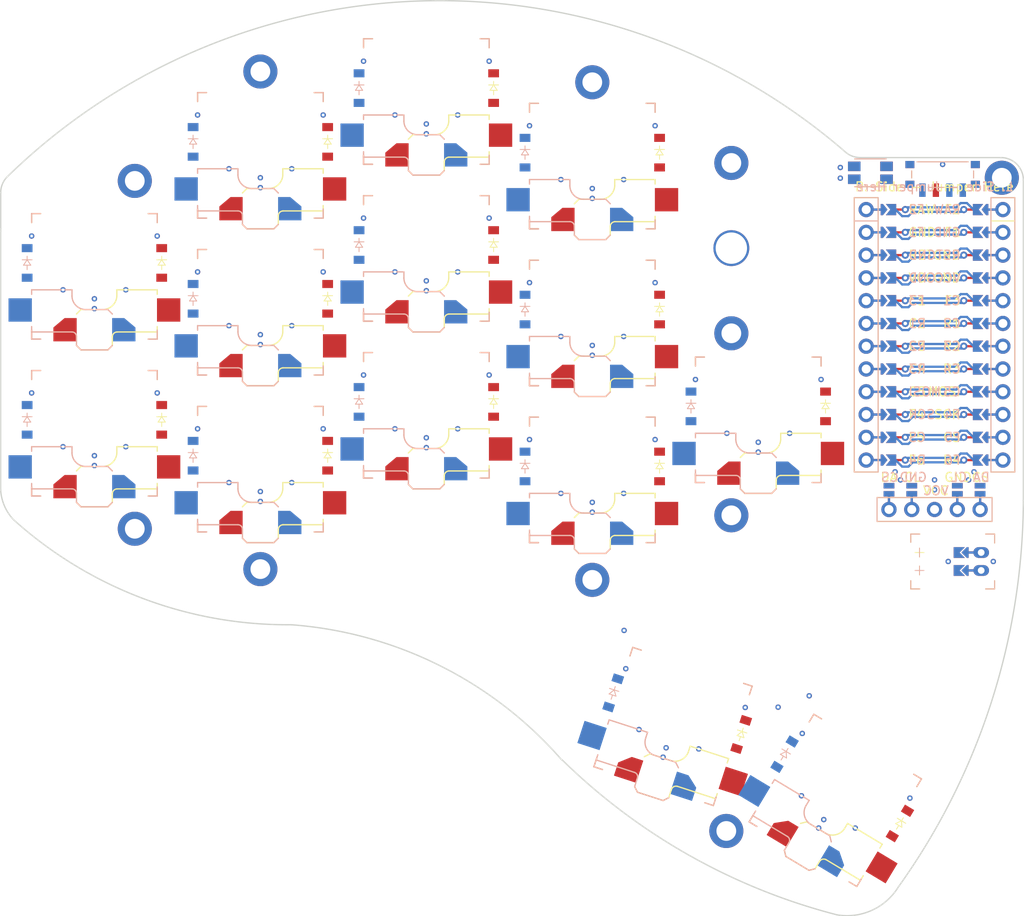
<source format=kicad_pcb>
(kicad_pcb (version 20221018) (generator pcbnew)
  (title_block (title "snak_28") (rev "0.2.1") (company "JackMatanky"))
  (layers (0 "F.Cu" signal) (31 "B.Cu" signal) (34 "B.Paste" user) (35 "F.Paste" user) (36 "B.SilkS" user "B.Silkscreen") (37 "F.SilkS" user "F.Silkscreen") (38 "B.Mask" user) (39 "F.Mask" user) (44 "Edge.Cuts" user))
  (net 0 "")
  (net 1 "C1")
  (net 2 "pinky_mid")
  (net 3 "pinky_top")
  (net 4 "C2")
  (net 5 "ring_bot")
  (net 6 "ring_mid")
  (net 7 "ring_top")
  (net 8 "C3")
  (net 9 "middle_bot")
  (net 10 "middle_mid")
  (net 11 "middle_top")
  (net 12 "C4")
  (net 13 "index_bot")
  (net 14 "index_mid")
  (net 15 "index_top")
  (net 16 "C5")
  (net 17 "inner_mid")
  (net 18 "out_home")
  (net 19 "in_home")
  (net 20 "R2")
  (net 21 "R1")
  (net 22 "R3")
  (net 23 "R4")
  (net 24 "RAW")
  (net 25 "GND")
  (net 26 "RST")
  (net 27 "VCC")
  (net 28 "F4")
  (net 29 "F5")
  (net 30 "F6")
  (net 31 "F2")
  (net 32 "F1")
  (net 33 "F3")
  (net 34 "MOSI")
  (net 35 "SCK")
  (net 36 "CS")
  (net 37 "MCU1_24")
  (net 38 "MCU1_1")
  (net 39 "MCU1_23")
  (net 40 "MCU1_2")
  (net 41 "MCU1_22")
  (net 42 "MCU1_3")
  (net 43 "MCU1_21")
  (net 44 "MCU1_4")
  (net 45 "MCU1_20")
  (net 46 "MCU1_5")
  (net 47 "MCU1_19")
  (net 48 "MCU1_6")
  (net 49 "MCU1_18")
  (net 50 "MCU1_7")
  (net 51 "MCU1_17")
  (net 52 "MCU1_8")
  (net 53 "MCU1_16")
  (net 54 "MCU1_9")
  (net 55 "MCU1_15")
  (net 56 "MCU1_10")
  (net 57 "MCU1_14")
  (net 58 "MCU1_11")
  (net 59 "MCU1_13")
  (net 60 "MCU1_12")
  (net 61 "DISP1_1")
  (net 62 "DISP1_2")
  (net 63 "DISP1_4")
  (net 64 "DISP1_5")
  (net 65 "pos")
  (net 66 "JST1_1")
  (net 67 "JST1_2")
  (footprint "mounting_hole" (layer "F.Cu") (at 104.5 54.35)
    (fp_text reference "H1" hide)
    (fp_text value "")
  )
  (footprint "VIA-0.6mm" (layer "F.Cu") (at 159.042664 104.489375 -18)
    (fp_text reference "REF**" hide)
    (fp_text value "VIA-0.6mm" hide)
  )
  (footprint "VIA-0.6mm" (layer "F.Cu") (at 167.365172 117.708144 -18)
    (fp_text reference "REF**" hide)
    (fp_text value "VIA-0.6mm" hide)
  )
  (footprint "VIA-0.6mm" (layer "F.Cu") (at 115 88)
    (fp_text reference "REF**" hide)
    (fp_text value "VIA-0.6mm" hide)
  )
  (footprint "ceoloide:diode_tht_sod123" (layer "F.Cu") (at 163 68.7 -90)
    (fp_text reference "D10" hide)
    (fp_text value "")
  )
  (footprint "VIA-0.6mm" (layer "F.Cu") (at 130 41)
    (fp_text reference "REF**" hide)
    (fp_text value "VIA-0.6mm" hide)
  )
  (footprint "VIA-0.6mm" (layer "F.Cu") (at 193.65 88.8)
    (fp_text reference "REF**" hide)
    (fp_text value "VIA-0.6mm" hide)
  )
  (footprint "VIA-0.6mm" (layer "F.Cu") (at 198.05 86.8)
    (fp_text reference "REF**" hide)
    (fp_text value "VIA-0.6mm" hide)
  )
  (footprint "VIA-0.6mm" (layer "F.Cu") (at 167 76.5)
    (fp_text reference "REF**" hide)
    (fp_text value "VIA-0.6mm" hide)
  )
  (footprint "VIA-0.6mm" (layer "F.Cu") (at 125.5 64.5)
    (fp_text reference "REF**" hide)
    (fp_text value "VIA-0.6mm" hide)
  )
  (footprint "VIA-0.6mm" (layer "F.Cu") (at 118.5 54)
    (fp_text reference "REF**" hide)
    (fp_text value "VIA-0.6mm" hide)
  )
  (footprint "VIA-0.6mm" (layer "F.Cu") (at 148.5 48.2)
    (fp_text reference "REF**" hide)
    (fp_text value "VIA-0.6mm" hide)
  )
  (footprint "VIA-0.6mm" (layer "F.Cu") (at 130 76)
    (fp_text reference "REF**" hide)
    (fp_text value "VIA-0.6mm" hide)
  )
  (footprint "ceoloide:diode_tht_sod123" (layer "F.Cu") (at 163 86.2 -90)
    (fp_text reference "D9" hide)
    (fp_text value "")
  )
  (footprint "PG1350" (layer "F.Cu") (at 182.588078 123.442963 149)
    (fp_text reference "S14" hide)
    (fp_text value "")
  )
  (footprint "VIA-0.6mm" (layer "F.Cu") (at 107 78)
    (fp_text reference "REF**" hide)
    (fp_text value "VIA-0.6mm" hide)
  )
  (footprint "VIA-0.6mm" (layer "F.Cu") (at 148.5 65.7)
    (fp_text reference "REF**" hide)
    (fp_text value "VIA-0.6mm" hide)
  )
  (footprint "VIA-0.6mm" (layer "F.Cu") (at 155.5 90.2)
    (fp_text reference "REF**" hide)
    (fp_text value "VIA-0.6mm" hide)
  )
  (footprint "VIA-0.6mm" (layer "F.Cu") (at 163.387539 118.623804 -18)
    (fp_text reference "REF**" hide)
    (fp_text value "VIA-0.6mm" hide)
  )
  (footprint "power_switch" (layer "F.Cu") (at 194.55 53.65 90)
    (fp_text reference "SW1" hide)
    (fp_text value "")
  )
  (footprint "ceoloide:diode_tht_sod123" (layer "F.Cu") (at 181.5 79.5 -90)
    (fp_text reference "D12" hide)
    (fp_text value "")
  )
  (footprint "VIA-0.6mm" (layer "F.Cu") (at 118.5 55.1)
    (fp_text reference "REF**" hide)
    (fp_text value "VIA-0.6mm" hide)
  )
  (footprint "VIA-0.6mm" (layer "F.Cu") (at 160.707777 115.545025 -18)
    (fp_text reference "REF**" hide)
    (fp_text value "VIA-0.6mm" hide)
  )
  (footprint "VIA-0.6mm" (layer "F.Cu") (at 174 83.5)
    (fp_text reference "REF**" hide)
    (fp_text value "VIA-0.6mm" hide)
  )
  (footprint "VIA-0.6mm" (layer "F.Cu") (at 155.5 91.3)
    (fp_text reference "REF**" hide)
    (fp_text value "VIA-0.6mm" hide)
  )
  (footprint "VIA-0.6mm" (layer "F.Cu") (at 155.5 72.7)
    (fp_text reference "REF**" hide)
    (fp_text value "VIA-0.6mm" hide)
  )
  (footprint "VIA-0.6mm" (layer "F.Cu") (at 144 58.5)
    (fp_text reference "REF**" hide)
    (fp_text value "VIA-0.6mm" hide)
  )
  (footprint "VIA-0.6mm" (layer "F.Cu") (at 93 78)
    (fp_text reference "REF**" hide)
    (fp_text value "VIA-0.6mm" hide)
  )
  (footprint "VIA-0.6mm" (layer "F.Cu") (at 96.5 66.5)
    (fp_text reference "REF**" hide)
    (fp_text value "VIA-0.6mm" hide)
  )
  (footprint "VIA-0.6mm" (layer "F.Cu") (at 183.15 54.045 90)
    (fp_text reference "REF**" hide)
    (fp_text value "VIA-0.6mm" hide)
  )
  (footprint "mounting_hole" (layer "F.Cu") (at 170.438866 126.85568 -18)
    (fp_text reference "H8" hide)
    (fp_text value "")
  )
  (footprint "ceoloide:diode_tht_sod123" (layer "F.Cu") (at 126 50 -90)
    (fp_text reference "D5" hide)
    (fp_text value "")
  )
  (footprint "VIA-0.6mm" (layer "F.Cu") (at 115 53)
    (fp_text reference "REF**" hide)
    (fp_text value "VIA-0.6mm" hide)
  )
  (footprint "nice_nano" (layer "F.Cu") (at 193.65 70.25)
    (fp_text reference "MCU1" hide)
    (fp_text value "")
  )
  (footprint "PG1350" (layer "F.Cu") (at 137 45.5 180)
    (fp_text reference "S8" hide)
    (fp_text value "")
  )
  (footprint "ceoloide:diode_tht_sod123" (layer "F.Cu") (at 144.5 79 -90)
    (fp_text reference "D6" hide)
    (fp_text value "")
  )
  (footprint "VIA-0.6mm" (layer "F.Cu") (at 193.65 87.7)
    (fp_text reference "REF**" hide)
    (fp_text value "VIA-0.6mm" hide)
  )
  (footprint "VIA-0.6mm" (layer "F.Cu") (at 200.2 96.8 -90)
    (fp_text reference "REF**" hide)
    (fp_text value "VIA-0.6mm" hide)
  )
  (footprint "VIA-0.6mm" (layer "F.Cu") (at 118.5 89)
    (fp_text reference "REF**" hide)
    (fp_text value "VIA-0.6mm" hide)
  )
  (footprint "VIA-0.6mm" (layer "F.Cu") (at 100 86.1)
    (fp_text reference "REF**" hide)
    (fp_text value "VIA-0.6mm" hide)
  )
  (footprint "VIA-0.6mm" (layer "F.Cu") (at 155.5 56.3)
    (fp_text reference "REF**" hide)
    (fp_text value "VIA-0.6mm" hide)
  )
  (footprint "VIA-0.6mm" (layer "F.Cu") (at 93 60.5)
    (fp_text reference "REF**" hide)
    (fp_text value "VIA-0.6mm" hide)
  )
  (footprint "JST_PH_S2B-PH-K" (layer "F.Cu") (at 198.85 96.8 -90)
    (fp_text reference "JST1" hide)
    (fp_text value "")
  )
  (footprint "PG1350" (layer "F.Cu") (at 118.5 86.5 180)
    (fp_text reference "S3" hide)
    (fp_text value "")
  )
  (footprint "VIA-0.6mm" (layer "F.Cu") (at 140.5 47)
    (fp_text reference "REF**" hide)
    (fp_text value "VIA-0.6mm" hide)
  )
  (footprint "VIA-0.6mm" (layer "F.Cu") (at 130 58.5)
    (fp_text reference "REF**" hide)
    (fp_text value "VIA-0.6mm" hide)
  )
  (footprint "PG1350" (layer "F.Cu") (at 137 63 180)
    (fp_text reference "S7" hide)
    (fp_text value "")
  )
  (footprint "ceoloide:diode_tht_sod123" (layer "F.Cu") (at 144.5 61.5 -90)
    (fp_text reference "D7" hide)
    (fp_text value "")
  )
  (footprint "PG1350" (layer "F.Cu") (at 155.5 70.2 180)
    (fp_text reference "S10" hide)
    (fp_text value "")
  )
  (footprint "VIA-0.6mm" (layer "F.Cu") (at 111.5 82)
    (fp_text reference "REF**" hide)
    (fp_text value "VIA-0.6mm" hide)
  )
  (footprint "VIA-0.6mm" (layer "F.Cu") (at 122 53)
    (fp_text reference "REF**" hide)
    (fp_text value "VIA-0.6mm" hide)
  )
  (footprint "VIA-0.6mm" (layer "F.Cu") (at 125.5 82)
    (fp_text reference "REF**" hide)
    (fp_text value "VIA-0.6mm" hide)
  )
  (footprint "VIA-0.6mm" (layer "F.Cu") (at 180.733941 126.528765 -31)
    (fp_text reference "REF**" hide)
    (fp_text value "VIA-0.6mm" hide)
  )
  (footprint "VIA-0.6mm" (layer "F.Cu") (at 107 60.5)
    (fp_text reference "REF**" hide)
    (fp_text value "VIA-0.6mm" hide)
  )
  (footprint "VIA-0.6mm" (layer "F.Cu") (at 137 83)
    (fp_text reference "REF**" hide)
    (fp_text value "VIA-0.6mm" hide)
  )
  (footprint "VIA-0.6mm" (layer "F.Cu") (at 159 54.2)
    (fp_text reference "REF**" hide)
    (fp_text value "VIA-0.6mm" hide)
  )
  (footprint "ceoloide:diode_tht_sod123" (layer "F.Cu") (at 126 85 -90)
    (fp_text reference "D3" hide)
    (fp_text value "")
  )
  (footprint "mounting_hole" (layer "F.Cu") (at 118.5 42.15)
    (fp_text reference "H3" hide)
    (fp_text value "")
  )
  (footprint "ceoloide:diode_tht_sod123" (layer "F.Cu") (at 189.78939 126.019997 -121)
    (fp_text reference "D14" hide)
    (fp_text value "")
  )
  (footprint "mounting_hole" (layer "F.Cu") (at 155.5 98.85)
    (fp_text reference "H6" hide)
    (fp_text value "")
  )
  (footprint "VIA-0.6mm" (layer "F.Cu") (at 133.5 47)
    (fp_text reference "REF**" hide)
    (fp_text value "VIA-0.6mm" hide)
  )
  (footprint "VIA-0.6mm" (layer "F.Cu") (at 178.815435 122.926081 -31)
    (fp_text reference "REF**" hide)
    (fp_text value "VIA-0.6mm" hide)
  )
  (footprint "VIA-0.6mm" (layer "F.Cu") (at 184.815606 126.531347 -31)
    (fp_text reference "REF**" hide)
    (fp_text value "VIA-0.6mm" hide)
  )
  (footprint "mounting_hole" (layer "F.Cu") (at 201.15 54)
    (fp_text reference "H9" hide)
    (fp_text value "")
  )
  (footprint "VIA-0.6mm" (layer "F.Cu") (at 100 67.5)
    (fp_text reference "REF**" hide)
    (fp_text value "VIA-0.6mm" hide)
  )
  (footprint "VIA-0.6mm" (layer "F.Cu") (at 181 76.5)
    (fp_text reference "REF**" hide)
    (fp_text value "VIA-0.6mm" hide)
  )
  (footprint "VIA-0.6mm" (layer "F.Cu") (at 133.5 82)
    (fp_text reference "REF**" hide)
    (fp_text value "VIA-0.6mm" hide)
  )
  (footprint "VIA-0.6mm" (layer "F.Cu") (at 194.55 52.5125 90)
    (fp_text reference "REF**" hide)
    (fp_text value "VIA-0.6mm" hide)
  )
  (footprint "PG1350" (layer "F.Cu") (at 118.5 69 180)
    (fp_text reference "S4" hide)
    (fp_text value "")
  )
  (footprint "PG1350" (layer "F.Cu") (at 100 82.5 180)
    (fp_text reference "S1" hide)
    (fp_text value "")
  )
  (footprint "VIA-0.6mm" (layer "F.Cu") (at 152 71.7)
    (fp_text reference "REF**" hide)
    (fp_text value "VIA-0.6mm" hide)
  )
  (footprint "PG1350" (layer "F.Cu") (at 155.5 52.7 180)
    (fp_text reference "S11" hide)
    (fp_text value "")
  )
  (footprint "VIA-0.6mm" (layer "F.Cu") (at 197.45 87.7)
    (fp_text reference "REF**" hide)
    (fp_text value "VIA-0.6mm" hide)
  )
  (footprint "VIA-0.6mm" (layer "F.Cu") (at 152 54.2)
    (fp_text reference "REF**" hide)
    (fp_text value "VIA-0.6mm" hide)
  )
  (footprint "VIA-0.6mm" (layer "F.Cu") (at 189.85 87.7)
    (fp_text reference "REF**" hide)
    (fp_text value "VIA-0.6mm" hide)
  )
  (footprint "VIA-0.6mm" (layer "F.Cu") (at 100 85)
    (fp_text reference "REF**" hide)
    (fp_text value "VIA-0.6mm" hide)
  )
  (footprint "mounting_hole" (layer "F.Cu") (at 104.5 93.15)
    (fp_text reference "H2" hide)
    (fp_text value "")
  )
  (footprint "ceoloide:diode_tht_sod123" (layer "F.Cu") (at 172.096449 116.091043 -108)
    (fp_text reference "D13" hide)
    (fp_text value "")
  )
  (footprint "PG1350" (layer "F.Cu") (at 164.5 115.2 162)
    (fp_text reference "S13" hide)
    (fp_text value "")
  )
  (footprint "VIA-0.6mm" (layer "F.Cu") (at 103.5 66.5)
    (fp_text reference "REF**" hide)
    (fp_text value "VIA-0.6mm" hide)
  )
  (footprint "PG1350" (layer "F.Cu") (at 155.5 87.7 180)
    (fp_text reference "S9" hide)
    (fp_text value "")
  )
  (footprint "VIA-0.6mm" (layer "F.Cu") (at 111.5 47)
    (fp_text reference "REF**" hide)
    (fp_text value "VIA-0.6mm" hide)
  )
  (footprint "VIA-0.6mm" (layer "F.Cu") (at 155.5 55.2)
    (fp_text reference "REF**" hide)
    (fp_text value "VIA-0.6mm" hide)
  )
  (footprint "VIA-0.6mm" (layer "F.Cu") (at 103.5 84)
    (fp_text reference "REF**" hide)
    (fp_text value "VIA-0.6mm" hide)
  )
  (footprint "VIA-0.6mm" (layer "F.Cu") (at 195.175 96.8 -90)
    (fp_text reference "REF**" hide)
    (fp_text value "VIA-0.6mm" hide)
  )
  (footprint "VIA-0.6mm" (layer "F.Cu") (at 100 68.6)
    (fp_text reference "REF**" hide)
    (fp_text value "VIA-0.6mm" hide)
  )
  (footprint "VIA-0.6mm" (layer "F.Cu") (at 159.233181 108.757127 -18)
    (fp_text reference "REF**" hide)
    (fp_text value "VIA-0.6mm" hide)
  )
  (footprint "PG1350" (layer "F.Cu") (at 137 80.5 180)
    (fp_text reference "S6" hide)
    (fp_text value "")
  )
  (footprint "trackpoint_mount_t430" (layer "F.Cu") (at 171 61.85)
    (fp_text reference "TP1" hide)
    (fp_text value "")
  )
  (footprint "VIA-0.6mm" (layer "F.Cu") (at 179.67998 111.779217 -31)
    (fp_text reference "REF**" hide)
    (fp_text value "VIA-0.6mm" hide)
  )
  (footprint "VIA-0.6mm" (layer "F.Cu") (at 137 65.5)
    (fp_text reference "REF**" hide)
    (fp_text value "VIA-0.6mm" hide)
  )
  (footprint "VIA-0.6mm" (layer "F.Cu") (at 174 84.6)
    (fp_text reference "REF**" hide)
    (fp_text value "VIA-0.6mm" hide)
  )
  (footprint "ceoloide:nice_view" (layer "F.Cu") (at 193.65 74.3)
    (fp_text reference "DISP1" hide)
    (fp_text value "")
  )
  (footprint "VIA-0.6mm" (layer "F.Cu") (at 118.5 90.1)
    (fp_text reference "REF**" hide)
    (fp_text value "VIA-0.6mm" hide)
  )
  (footprint "ceoloide:diode_tht_sod123" (layer "F.Cu") (at 107.5 63.5 -90)
    (fp_text reference "D2" hide)
    (fp_text value "")
  )
  (footprint "VIA-0.6mm" (layer "F.Cu") (at 115 70.5)
    (fp_text reference "REF**" hide)
    (fp_text value "VIA-0.6mm" hide)
  )
  (footprint "VIA-0.6mm" (layer "F.Cu") (at 122 70.5)
    (fp_text reference "REF**" hide)
    (fp_text value "VIA-0.6mm" hide)
  )
  (footprint "VIA-0.6mm" (layer "F.Cu") (at 163.727458 117.577641 -18)
    (fp_text reference "REF**" hide)
    (fp_text value "VIA-0.6mm" hide)
  )
  (footprint "PG1350" (layer "F.Cu") (at 174 81 180)
    (fp_text reference "S12" hide)
    (fp_text value "")
  )
  (footprint "VIA-0.6mm" (layer "F.Cu") (at 137 48)
    (fp_text reference "REF**" hide)
    (fp_text value "VIA-0.6mm" hide)
  )
  (footprint "VIA-0.6mm" (layer "F.Cu") (at 172.547972 113.083365 -18)
    (fp_text reference "REF**" hide)
    (fp_text value "VIA-0.6mm" hide)
  )
  (footprint "mounting_hole" (layer "F.Cu") (at 118.5 97.65)
    (fp_text reference "H4" hide)
    (fp_text value "")
  )
  (footprint "VIA-0.6mm" (layer "F.Cu") (at 148.5 83.2)
    (fp_text reference "REF**" hide)
    (fp_text value "VIA-0.6mm" hide)
  )
  (footprint "ceoloide:diode_tht_sod123" (layer "F.Cu") (at 163 51.2 -90)
    (fp_text reference "D11" hide)
    (fp_text value "")
  )
  (footprint "VIA-0.6mm" (layer "F.Cu") (at 152 89.2)
    (fp_text reference "REF**" hide)
    (fp_text value "VIA-0.6mm" hide)
  )
  (footprint "mounting_hole" (layer "F.Cu") (at 155.5 43.35)
    (fp_text reference "H5" hide)
    (fp_text value "")
  )
  (footprint "VIA-0.6mm" (layer "F.Cu") (at 155.5 73.8)
    (fp_text reference "REF**" hide)
    (fp_text value "VIA-0.6mm" hide)
  )
  (footprint "VIA-0.6mm" (layer "F.Cu") (at 140.5 64.5)
    (fp_text reference "REF**" hide)
    (fp_text value "VIA-0.6mm" hide)
  )
  (footprint "VIA-0.6mm" (layer "F.Cu") (at 159 89.2)
    (fp_text reference "REF**" hide)
    (fp_text value "VIA-0.6mm" hide)
  )
  (footprint "VIA-0.6mm" (layer "F.Cu") (at 176.213413 113.047633 -18)
    (fp_text reference "REF**" hide)
    (fp_text value "VIA-0.6mm" hide)
  )
  (footprint "VIA-0.6mm" (layer "F.Cu") (at 144 41)
    (fp_text reference "REF**" hide)
    (fp_text value "VIA-0.6mm" hide)
  )
  (footprint "VIA-0.6mm" (layer "F.Cu") (at 170.5 82.5)
    (fp_text reference "REF**" hide)
    (fp_text value "VIA-0.6mm" hide)
  )
  (footprint "PG1350" (layer "F.Cu") (at 100 65 180)
    (fp_text reference "S2" hide)
    (fp_text value "")
  )
  (footprint "VIA-0.6mm" (layer "F.Cu") (at 183.15 52.855 90)
    (fp_text reference "REF**" hide)
    (fp_text value "VIA-0.6mm" hide)
  )
  (footprint "mounting_hole" (layer "F.Cu") (at 171 91.65)
    (fp_text reference "H7" hide)
    (fp_text value "")
  )
  (footprint "VIA-0.6mm" (layer "F.Cu") (at 190.90592 123.190977 -31)
    (fp_text reference "REF**" hide)
    (fp_text value "VIA-0.6mm" hide)
  )
  (footprint "VIA-0.6mm" (layer "F.Cu") (at 189.25 86.8)
    (fp_text reference "REF**" hide)
    (fp_text value "VIA-0.6mm" hide)
  )
  (footprint "VIA-0.6mm" (layer "F.Cu") (at 111.5 64.5)
    (fp_text reference "REF**" hide)
    (fp_text value "VIA-0.6mm" hide)
  )
  (footprint "VIA-0.6mm" (layer "F.Cu") (at 159 71.7)
    (fp_text reference "REF**" hide)
    (fp_text value "VIA-0.6mm" hide)
  )
  (footprint "PG1350" (layer "F.Cu") (at 118.5 51.5 180)
    (fp_text reference "S5" hide)
    (fp_text value "")
  )
  (footprint "sw_reset_side" (layer "F.Cu") (at 186.5 53.45 90)
    (fp_text reference "SW2" hide)
    (fp_text value "")
  )
  (footprint "VIA-0.6mm" (layer "F.Cu") (at 144 76)
    (fp_text reference "REF**" hide)
    (fp_text value "VIA-0.6mm" hide)
  )
  (footprint "ceoloide:diode_tht_sod123" (layer "F.Cu") (at 126 67.5 -90)
    (fp_text reference "D4" hide)
    (fp_text value "")
  )
  (footprint "VIA-0.6mm" (layer "F.Cu") (at 181.300483 125.585881 -31)
    (fp_text reference "REF**" hide)
    (fp_text value "VIA-0.6mm" hide)
  )
  (footprint "VIA-0.6mm" (layer "F.Cu") (at 133.5 64.5)
    (fp_text reference "REF**" hide)
    (fp_text value "VIA-0.6mm" hide)
  )
  (footprint "VIA-0.6mm" (layer "F.Cu") (at 162.5 65.7)
    (fp_text reference "REF**" hide)
    (fp_text value "VIA-0.6mm" hide)
  )
  (footprint "VIA-0.6mm" (layer "F.Cu") (at 177.5 82.5)
    (fp_text reference "REF**" hide)
    (fp_text value "VIA-0.6mm" hide)
  )
  (footprint "ceoloide:diode_tht_sod123" (layer "F.Cu") (at 144.5 44 -90)
    (fp_text reference "D8" hide)
    (fp_text value "")
  )
  (footprint "VIA-0.6mm" (layer "F.Cu") (at 118.5 72.6)
    (fp_text reference "REF**" hide)
    (fp_text value "VIA-0.6mm" hide)
  )
  (footprint "VIA-0.6mm" (layer "F.Cu") (at 178.905578 115.980443 -31)
    (fp_text reference "REF**" hide)
    (fp_text value "VIA-0.6mm" hide)
  )
  (footprint "ceoloide:diode_tht_sod123" (layer "F.Cu") (at 107.5 81 -90)
    (fp_text reference "D1" hide)
    (fp_text value "")
  )
  (footprint "VIA-0.6mm" (layer "F.Cu") (at 125.5 47)
    (fp_text reference "REF**" hide)
    (fp_text value "VIA-0.6mm" hide)
  )
  (footprint "VIA-0.6mm" (layer "F.Cu") (at 137 84.1)
    (fp_text reference "REF**" hide)
    (fp_text value "VIA-0.6mm" hide)
  )
  (footprint "VIA-0.6mm" (layer "F.Cu") (at 162.5 83.2)
    (fp_text reference "REF**" hide)
    (fp_text value "VIA-0.6mm" hide)
  )
  (footprint "VIA-0.6mm" (layer "F.Cu") (at 137 49.1)
    (fp_text reference "REF**" hide)
    (fp_text value "VIA-0.6mm" hide)
  )
  (footprint "VIA-0.6mm" (layer "F.Cu") (at 118.5 71.5)
    (fp_text reference "REF**" hide)
    (fp_text value "VIA-0.6mm" hide)
  )
  (footprint "VIA-0.6mm" (layer "F.Cu") (at 137 66.6)
    (fp_text reference "REF**" hide)
    (fp_text value "VIA-0.6mm" hide)
  )
  (footprint "VIA-0.6mm" (layer "F.Cu") (at 96.5 84)
    (fp_text reference "REF**" hide)
    (fp_text value "VIA-0.6mm" hide)
  )
  (footprint "VIA-0.6mm" (layer "F.Cu") (at 122 88)
    (fp_text reference "REF**" hide)
    (fp_text value "VIA-0.6mm" hide)
  )
  (footprint "VIA-0.6mm" (layer "F.Cu") (at 140.5 82)
    (fp_text reference "REF**" hide)
    (fp_text value "VIA-0.6mm" hide)
  )
  (footprint "VIA-0.6mm" (layer "F.Cu") (at 162.5 48.2)
    (fp_text reference "REF**" hide)
    (fp_text value "VIA-0.6mm" hide)
  )
  (footprint "ceoloide:diode_tht_sod123" (layer "B.Cu") (at 157.830602 111.455788 -108)
    (fp_text reference "D27" hide)
    (fp_text value "")
  )
  (footprint "ceoloide:diode_tht_sod123" (layer "B.Cu") (at 148 86.2 -90)
    (fp_text reference "D23" hide)
    (fp_text value "")
  )
  (footprint "ceoloide:diode_tht_sod123" (layer "B.Cu") (at 129.5 61.5 -90)
    (fp_text reference "D21" hide)
    (fp_text value "")
  )
  (footprint "ceoloide:diode_tht_sod123" (layer "B.Cu") (at 111 85 -90)
    (fp_text reference "D17" hide)
    (fp_text value "")
  )
  (footprint "ceoloide:diode_tht_sod123" (layer "B.Cu") (at 148 51.2 -90)
    (fp_text reference "D25" hide)
    (fp_text value "")
  )
  (footprint "ceoloide:diode_tht_sod123" (layer "B.Cu") (at 92.5 63.5 -90)
    (fp_text reference "D16" hide)
    (fp_text value "")
  )
  (footprint "ceoloide:diode_tht_sod123" (layer "B.Cu") (at 129.5 79 -90)
    (fp_text reference "D20" hide)
    (fp_text value "")
  )
  (footprint "ceoloide:diode_tht_sod123" (layer "B.Cu") (at 92.5 81 -90)
    (fp_text reference "D15" hide)
    (fp_text value "")
  )
  (footprint "ceoloide:diode_tht_sod123" (layer "B.Cu") (at 111 67.5 -90)
    (fp_text reference "D18" hide)
    (fp_text value "")
  )
  (footprint "ceoloide:diode_tht_sod123" (layer "B.Cu") (at 148 68.7 -90)
    (fp_text reference "D24" hide)
    (fp_text value "")
  )
  (footprint "ceoloide:diode_tht_sod123" (layer "B.Cu") (at 111 50 -90)
    (fp_text reference "D19" hide)
    (fp_text value "")
  )
  (footprint "ceoloide:diode_tht_sod123" (layer "B.Cu") (at 166.5 79.5 -90)
    (fp_text reference "D26" hide)
    (fp_text value "")
  )
  (footprint "ceoloide:diode_tht_sod123" (layer "B.Cu") (at 129.5 44 -90)
    (fp_text reference "D22" hide)
    (fp_text value "")
  )
  (footprint "ceoloide:diode_tht_sod123" (layer "B.Cu") (at 176.93188 118.294426 -121)
    (fp_text reference "D28" hide)
    (fp_text value "")
  )
  (gr_arc (start 185.364165 51.750001) (mid 184.489602 51.592038) (end 183.725558 51.138112) (stroke (width 0.15)) (layer "Edge.Cuts"))
  (gr_line (start 203.55 54.25) (end 203.55 90) (stroke (width 0.15)) (layer "Edge.Cuts"))
  (gr_arc (start 91.000013 92.153212) (mid 89.984062 90.631051) (end 89.55 88.853209) (stroke (width 0.15)) (layer "Edge.Cuts"))
  (gr_line (start 89.55 88.853209) (end 89.55 59.949865) (stroke (width 0.15)) (layer "Edge.Cuts"))
  (gr_arc (start 182.786359 136.212068) (mid 166.315129 129.580079) (end 152.121628 118.911002) (stroke (width 0.15)) (layer "Edge.Cuts"))
  (gr_arc (start 121.92 103.85321) (mid 105.361797 100.905707) (end 91.000567 92.152597) (stroke (width 0.15)) (layer "Edge.Cuts"))
  (gr_arc (start 90.308947 53.86759) (mid 136.484795 34.279434) (end 183.725558 51.138112) (stroke (width 0.15)) (layer "Edge.Cuts"))
  (gr_line (start 89.555 55.656808) (end 89.555 59.694963) (stroke (width 0.15)) (layer "Edge.Cuts"))
  (gr_line (start 185.364166 51.75) (end 201.05 51.75) (stroke (width 0.15)) (layer "Edge.Cuts"))
  (gr_arc (start 121.92 103.85321) (mid 138.500532 108.412015) (end 152.099727 118.936208) (stroke (width 0.15)) (layer "Edge.Cuts"))
  (gr_arc (start 189.619478 133.098393) (mid 186.67824 135.698348) (end 182.786359 136.212069) (stroke (width 0.15)) (layer "Edge.Cuts"))
  (gr_arc (start 89.555 55.656808) (mid 89.751184 54.686018) (end 90.308947 53.86759) (stroke (width 0.15)) (layer "Edge.Cuts"))
  (gr_arc (start 203.55 90) (mid 199.93674 112.63265) (end 189.619478 133.098393) (stroke (width 0.15)) (layer "Edge.Cuts"))
  (gr_arc (start 201.05 51.75) (mid 202.817767 52.482233) (end 203.55 54.25) (stroke (width 0.15)) (layer "Edge.Cuts"))
  (gr_arc (start 89.55 59.949865) (mid 89.55125 59.822389) (end 89.555 59.694963) (stroke (width 0.15)) (layer "Edge.Cuts"))
  (segment (start 198.43 67.71) (end 196.91 67.71) (width 0.25) (layer "F.Cu") (net 1))
  (segment (start 190.74 68.44) (end 191.11 68.06) (width 0.25) (layer "B.Cu") (net 1))
  (segment (start 188.88 67.71) (end 189.31 67.71) (width 0.25) (layer "B.Cu") (net 1))
  (segment (start 191.11 68.06) (end 191.11 68.05) (width 0.25) (layer "B.Cu") (net 1))
  (segment (start 189.31 67.71) (end 190.04 68.44) (width 0.25) (layer "B.Cu") (net 1))
  (segment (start 191.11 68.05) (end 191.2 67.96) (width 0.25) (layer "B.Cu") (net 1))
  (segment (start 191.2 67.96) (end 196.66 67.96) (width 0.25) (layer "B.Cu") (net 1))
  (segment (start 196.66 67.96) (end 196.91 67.71) (width 0.25) (layer "B.Cu") (net 1))
  (segment (start 190.04 68.44) (end 190.74 68.44) (width 0.25) (layer "B.Cu") (net 1))
  (segment (start 198.43 70.25) (end 196.91 70.25) (width 0.25) (layer "F.Cu") (net 4))
  (segment (start 196.66 70.5) (end 196.91 70.25) (width 0.25) (layer "B.Cu") (net 4))
  (segment (start 191.11 70.59) (end 191.2 70.5) (width 0.25) (layer "B.Cu") (net 4))
  (segment (start 189.31 70.25) (end 190.04 70.98) (width 0.25) (layer "B.Cu") (net 4))
  (segment (start 188.88 70.25) (end 189.31 70.25) (width 0.25) (layer "B.Cu") (net 4))
  (segment (start 190.04 70.98) (end 190.74 70.98) (width 0.25) (layer "B.Cu") (net 4))
  (segment (start 191.2 70.5) (end 196.66 70.5) (width 0.25) (layer "B.Cu") (net 4))
  (segment (start 191.11 70.6) (end 191.11 70.59) (width 0.25) (layer "B.Cu") (net 4))
  (segment (start 190.74 70.98) (end 191.11 70.6) (width 0.25) (layer "B.Cu") (net 4))
  (segment (start 198.43 72.79) (end 196.91 72.79) (width 0.25) (layer "F.Cu") (net 8))
  (segment (start 191.2 73.04) (end 196.66 73.04) (width 0.25) (layer "B.Cu") (net 8))
  (segment (start 189.31 72.79) (end 190.04 73.52) (width 0.25) (layer "B.Cu") (net 8))
  (segment (start 188.88 72.79) (end 189.31 72.79) (width 0.25) (layer "B.Cu") (net 8))
  (segment (start 196.66 73.04) (end 196.91 72.79) (width 0.25) (layer "B.Cu") (net 8))
  (segment (start 191.11 73.14) (end 191.11 73.13) (width 0.25) (layer "B.Cu") (net 8))
  (segment (start 190.04 73.52) (end 190.74 73.52) (width 0.25) (layer "B.Cu") (net 8))
  (segment (start 191.11 73.13) (end 191.2 73.04) (width 0.25) (layer "B.Cu") (net 8))
  (segment (start 190.74 73.52) (end 191.11 73.14) (width 0.25) (layer "B.Cu") (net 8))
  (segment (start 198.43 75.33) (end 196.91 75.33) (width 0.25) (layer "F.Cu") (net 12))
  (segment (start 196.66 75.58) (end 196.91 75.33) (width 0.25) (layer "B.Cu") (net 12))
  (segment (start 191.2 75.58) (end 196.66 75.58) (width 0.25) (layer "B.Cu") (net 12))
  (segment (start 188.88 75.33) (end 189.31 75.33) (width 0.25) (layer "B.Cu") (net 12))
  (segment (start 191.11 75.68) (end 191.11 75.67) (width 0.25) (layer "B.Cu") (net 12))
  (segment (start 191.11 75.67) (end 191.2 75.58) (width 0.25) (layer "B.Cu") (net 12))
  (segment (start 189.31 75.33) (end 190.04 76.06) (width 0.25) (layer "B.Cu") (net 12))
  (segment (start 190.74 76.06) (end 191.11 75.68) (width 0.25) (layer "B.Cu") (net 12))
  (segment (start 190.04 76.06) (end 190.74 76.06) (width 0.25) (layer "B.Cu") (net 12))
  (segment (start 198.43 77.87) (end 196.91 77.87) (width 0.25) (layer "F.Cu") (net 16))
  (segment (start 190.74 78.6) (end 191.11 78.22) (width 0.25) (layer "B.Cu") (net 16))
  (segment (start 191.11 78.21) (end 191.2 78.12) (width 0.25) (layer "B.Cu") (net 16))
  (segment (start 189.31 77.87) (end 190.04 78.6) (width 0.25) (layer "B.Cu") (net 16))
  (segment (start 190.04 78.6) (end 190.74 78.6) (width 0.25) (layer "B.Cu") (net 16))
  (segment (start 191.11 78.22) (end 191.11 78.21) (width 0.25) (layer "B.Cu") (net 16))
  (segment (start 191.2 78.12) (end 196.66 78.12) (width 0.25) (layer "B.Cu") (net 16))
  (segment (start 188.88 77.87) (end 189.31 77.87) (width 0.25) (layer "B.Cu") (net 16))
  (segment (start 196.66 78.12) (end 196.91 77.87) (width 0.25) (layer "B.Cu") (net 16))
  (segment (start 188.88 72.79) (end 190.39 72.79) (width 0.25) (layer "F.Cu") (net 20))
  (segment (start 196.09 72.54) (end 190.64 72.54) (width 0.25) (layer "B.Cu") (net 20))
  (segment (start 198.43 72.79) (end 197.99 72.79) (width 0.25) (layer "B.Cu") (net 20))
  (segment (start 196.56 72.06) (end 196.09 72.54) (width 0.25) (layer "B.Cu") (net 20))
  (segment (start 190.64 72.54) (end 190.39 72.79) (width 0.25) (layer "B.Cu") (net 20))
  (segment (start 197.99 72.79) (end 197.26 72.06) (width 0.25) (layer "B.Cu") (net 20))
  (segment (start 197.26 72.06) (end 196.56 72.06) (width 0.25) (layer "B.Cu") (net 20))
  (segment (start 188.88 70.25) (end 190.39 70.25) (width 0.25) (layer "F.Cu") (net 21))
  (segment (start 198.43 70.25) (end 197.99 70.25) (width 0.25) (layer "B.Cu") (net 21))
  (segment (start 197.99 70.25) (end 197.26 69.52) (width 0.25) (layer "B.Cu") (net 21))
  (segment (start 196.56 69.52) (end 196.09 70) (width 0.25) (layer "B.Cu") (net 21))
  (segment (start 190.64 70) (end 190.39 70.25) (width 0.25) (layer "B.Cu") (net 21))
  (segment (start 196.09 70) (end 190.64 70) (width 0.25) (layer "B.Cu") (net 21))
  (segment (start 197.26 69.52) (end 196.56 69.52) (width 0.25) (layer "B.Cu") (net 21))
  (segment (start 188.88 75.33) (end 190.39 75.33) (width 0.25) (layer "F.Cu") (net 22))
  (segment (start 198.43 75.33) (end 197.99 75.33) (width 0.25) (layer "B.Cu") (net 22))
  (segment (start 190.64 75.08) (end 190.39 75.33) (width 0.25) (layer "B.Cu") (net 22))
  (segment (start 196.09 75.08) (end 190.64 75.08) (width 0.25) (layer "B.Cu") (net 22))
  (segment (start 197.99 75.33) (end 197.26 74.6) (width 0.25) (layer "B.Cu") (net 22))
  (segment (start 196.56 74.6) (end 196.09 75.08) (width 0.25) (layer "B.Cu") (net 22))
  (segment (start 197.26 74.6) (end 196.56 74.6) (width 0.25) (layer "B.Cu") (net 22))
  (segment (start 188.88 85.49) (end 190.39 85.49) (width 0.25) (layer "F.Cu") (net 23))
  (segment (start 197.26 84.76) (end 196.56 84.76) (width 0.25) (layer "B.Cu") (net 23))
  (segment (start 196.56 84.76) (end 196.09 85.24) (width 0.25) (layer "B.Cu") (net 23))
  (segment (start 196.09 85.24) (end 190.64 85.24) (width 0.25) (layer "B.Cu") (net 23))
  (segment (start 197.99 85.49) (end 197.26 84.76) (width 0.25) (layer "B.Cu") (net 23))
  (segment (start 198.43 85.49) (end 197.99 85.49) (width 0.25) (layer "B.Cu") (net 23))
  (segment (start 190.64 85.24) (end 190.39 85.49) (width 0.25) (layer "B.Cu") (net 23))
  (segment (start 198.43 57.55) (end 196.91 57.55) (width 0.25) (layer "F.Cu") (net 24))
  (segment (start 190.04 58.28) (end 190.74 58.28) (width 0.25) (layer "B.Cu") (net 24))
  (segment (start 188.88 57.55) (end 189.31 57.55) (width 0.25) (layer "B.Cu") (net 24))
  (segment (start 191.11 57.9) (end 191.11 57.89) (width 0.25) (layer "B.Cu") (net 24))
  (segment (start 190.74 58.28) (end 191.11 57.9) (width 0.25) (layer "B.Cu") (net 24))
  (segment (start 196.66 57.8) (end 196.91 57.55) (width 0.25) (layer "B.Cu") (net 24))
  (segment (start 191.2 57.8) (end 196.66 57.8) (width 0.25) (layer "B.Cu") (net 24))
  (segment (start 189.31 57.55) (end 190.04 58.28) (width 0.25) (layer "B.Cu") (net 24))
  (segment (start 191.11 57.89) (end 191.2 57.8) (width 0.25) (layer "B.Cu") (net 24))
  (segment (start 188.88 65.17) (end 190.39 65.17) (width 0.25) (layer "F.Cu") (net 25))
  (segment (start 198.43 60.09) (end 196.91 60.09) (width 0.25) (layer "F.Cu") (net 25))
  (segment (start 188.88 62.63) (end 190.39 62.63) (width 0.25) (layer "F.Cu") (net 25))
  (segment (start 196.66 60.34) (end 196.91 60.09) (width 0.25) (layer "B.Cu") (net 25))
  (segment (start 196.56 61.9) (end 196.09 62.38) (width 0.25) (layer "B.Cu") (net 25))
  (segment (start 198.43 62.63) (end 197.99 62.63) (width 0.25) (layer "B.Cu") (net 25))
  (segment (start 191.11 60.44) (end 191.11 60.43) (width 0.25) (layer "B.Cu") (net 25))
  (segment (start 196.09 64.92) (end 190.64 64.92) (width 0.25) (layer "B.Cu") (net 25))
  (segment (start 197.99 65.17) (end 197.26 64.44) (width 0.25) (layer "B.Cu") (net 25))
  (segment (start 196.09 62.38) (end 190.64 62.38) (width 0.25) (layer "B.Cu") (net 25))
  (segment (start 188.88 60.09) (end 189.31 60.09) (width 0.25) (layer "B.Cu") (net 25))
  (segment (start 190.64 64.92) (end 190.39 65.17) (width 0.25) (layer "B.Cu") (net 25))
  (segment (start 197.99 62.63) (end 197.26 61.9) (width 0.25) (layer "B.Cu") (net 25))
  (segment (start 190.04 60.82) (end 190.74 60.82) (width 0.25) (layer "B.Cu") (net 25))
  (segment (start 190.74 60.82) (end 191.11 60.44) (width 0.25) (layer "B.Cu") (net 25))
  (segment (start 197.26 61.9) (end 196.56 61.9) (width 0.25) (layer "B.Cu") (net 25))
  (segment (start 196.56 64.44) (end 196.09 64.92) (width 0.25) (layer "B.Cu") (net 25))
  (segment (start 191.11 60.43) (end 191.2 60.34) (width 0.25) (layer "B.Cu") (net 25))
  (segment (start 190.64 62.38) (end 190.39 62.63) (width 0.25) (layer "B.Cu") (net 25))
  (segment (start 189.31 60.09) (end 190.04 60.82) (width 0.25) (layer "B.Cu") (net 25))
  (segment (start 191.2 60.34) (end 196.66 60.34) (width 0.25) (layer "B.Cu") (net 25))
  (segment (start 197.26 64.44) (end 196.56 64.44) (width 0.25) (layer "B.Cu") (net 25))
  (segment (start 198.43 65.17) (end 197.99 65.17) (width 0.25) (layer "B.Cu") (net 25))
  (segment (start 198.43 62.63) (end 196.91 62.63) (width 0.25) (layer "F.Cu") (net 26))
  (segment (start 190.74 63.36) (end 191.11 62.98) (width 0.25) (layer "B.Cu") (net 26))
  (segment (start 196.66 62.88) (end 196.91 62.63) (width 0.25) (layer "B.Cu") (net 26))
  (segment (start 190.04 63.36) (end 190.74 63.36) (width 0.25) (layer "B.Cu") (net 26))
  (segment (start 189.31 62.63) (end 190.04 63.36) (width 0.25) (layer "B.Cu") (net 26))
  (segment (start 191.11 62.97) (end 191.2 62.88) (width 0.25) (layer "B.Cu") (net 26))
  (segment (start 188.88 62.63) (end 189.31 62.63) (width 0.25) (layer "B.Cu") (net 26))
  (segment (start 191.11 62.98) (end 191.11 62.97) (width 0.25) (layer "B.Cu") (net 26))
  (segment (start 191.2 62.88) (end 196.66 62.88) (width 0.25) (layer "B.Cu") (net 26))
  (segment (start 198.43 65.17) (end 196.91 65.17) (width 0.25) (layer "F.Cu") (net 27))
  (segment (start 191.2 65.42) (end 196.66 65.42) (width 0.25) (layer "B.Cu") (net 27))
  (segment (start 191.11 65.51) (end 191.2 65.42) (width 0.25) (layer "B.Cu") (net 27))
  (segment (start 196.66 65.42) (end 196.91 65.17) (width 0.25) (layer "B.Cu") (net 27))
  (segment (start 191.11 65.52) (end 191.11 65.51) (width 0.25) (layer "B.Cu") (net 27))
  (segment (start 189.31 65.17) (end 190.04 65.9) (width 0.25) (layer "B.Cu") (net 27))
  (segment (start 190.04 65.9) (end 190.74 65.9) (width 0.25) (layer "B.Cu") (net 27))
  (segment (start 190.74 65.9) (end 191.11 65.52) (width 0.25) (layer "B.Cu") (net 27))
  (segment (start 188.88 65.17) (end 189.31 65.17) (width 0.25) (layer "B.Cu") (net 27))
  (segment (start 198.43 80.41) (end 196.91 80.41) (width 0.25) (layer "F.Cu") (net 28))
  (segment (start 191.11 80.75) (end 191.2 80.66) (width 0.25) (layer "B.Cu") (net 28))
  (segment (start 190.74 81.14) (end 191.11 80.76) (width 0.25) (layer "B.Cu") (net 28))
  (segment (start 188.88 80.41) (end 189.31 80.41) (width 0.25) (layer "B.Cu") (net 28))
  (segment (start 191.11 80.76) (end 191.11 80.75) (width 0.25) (layer "B.Cu") (net 28))
  (segment (start 189.31 80.41) (end 190.04 81.14) (width 0.25) (layer "B.Cu") (net 28))
  (segment (start 196.66 80.66) (end 196.91 80.41) (width 0.25) (layer "B.Cu") (net 28))
  (segment (start 191.2 80.66) (end 196.66 80.66) (width 0.25) (layer "B.Cu") (net 28))
  (segment (start 190.04 81.14) (end 190.74 81.14) (width 0.25) (layer "B.Cu") (net 28))
  (segment (start 198.43 82.95) (end 196.91 82.95) (width 0.25) (layer "F.Cu") (net 29))
  (segment (start 191.2 83.2) (end 196.66 83.2) (width 0.25) (layer "B.Cu") (net 29))
  (segment (start 189.31 82.95) (end 190.04 83.68) (width 0.25) (layer "B.Cu") (net 29))
  (segment (start 191.11 83.3) (end 191.11 83.29) (width 0.25) (layer "B.Cu") (net 29))
  (segment (start 190.74 83.68) (end 191.11 83.3) (width 0.25) (layer "B.Cu") (net 29))
  (segment (start 190.04 83.68) (end 190.74 83.68) (width 0.25) (layer "B.Cu") (net 29))
  (segment (start 188.88 82.95) (end 189.31 82.95) (width 0.25) (layer "B.Cu") (net 29))
  (segment (start 191.11 83.29) (end 191.2 83.2) (width 0.25) (layer "B.Cu") (net 29))
  (segment (start 196.66 83.2) (end 196.91 82.95) (width 0.25) (layer "B.Cu") (net 29))
  (segment (start 198.43 85.49) (end 196.91 85.49) (width 0.25) (layer "F.Cu") (net 30))
  (segment (start 191.11 85.84) (end 191.11 85.83) (width 0.25) (layer "B.Cu") (net 30))
  (segment (start 188.88 85.49) (end 189.31 85.49) (width 0.25) (layer "B.Cu") (net 30))
  (segment (start 189.31 85.49) (end 190.04 86.22) (width 0.25) (layer "B.Cu") (net 30))
  (segment (start 190.04 86.22) (end 190.74 86.22) (width 0.25) (layer "B.Cu") (net 30))
  (segment (start 190.74 86.22) (end 191.11 85.84) (width 0.25) (layer "B.Cu") (net 30))
  (segment (start 191.11 85.83) (end 191.2 85.74) (width 0.25) (layer "B.Cu") (net 30))
  (segment (start 196.66 85.74) (end 196.91 85.49) (width 0.25) (layer "B.Cu") (net 30))
  (segment (start 191.2 85.74) (end 196.66 85.74) (width 0.25) (layer "B.Cu") (net 30))
  (segment (start 188.88 57.55) (end 190.39 57.55) (width 0.25) (layer "F.Cu") (net 31))
  (segment (start 198.43 57.55) (end 197.99 57.55) (width 0.25) (layer "B.Cu") (net 31))
  (segment (start 190.64 57.3) (end 190.39 57.55) (width 0.25) (layer "B.Cu") (net 31))
  (segment (start 196.56 56.82) (end 196.09 57.3) (width 0.25) (layer "B.Cu") (net 31))
  (segment (start 196.09 57.3) (end 190.64 57.3) (width 0.25) (layer "B.Cu") (net 31))
  (segment (start 197.26 56.82) (end 196.56 56.82) (width 0.25) (layer "B.Cu") (net 31))
  (segment (start 197.99 57.55) (end 197.26 56.82) (width 0.25) (layer "B.Cu") (net 31))
  (segment (start 188.88 60.09) (end 190.39 60.09) (width 0.25) (layer "F.Cu") (net 32))
  (segment (start 198.43 60.09) (end 197.99 60.09) (width 0.25) (layer "B.Cu") (net 32))
  (segment (start 190.64 59.84) (end 190.39 60.09) (width 0.25) (layer "B.Cu") (net 32))
  (segment (start 196.09 59.84) (end 190.64 59.84) (width 0.25) (layer "B.Cu") (net 32))
  (segment (start 197.99 60.09) (end 197.26 59.36) (width 0.25) (layer "B.Cu") (net 32))
  (segment (start 197.26 59.36) (end 196.56 59.36) (width 0.25) (layer "B.Cu") (net 32))
  (segment (start 196.56 59.36) (end 196.09 59.84) (width 0.25) (layer "B.Cu") (net 32))
  (segment (start 188.88 67.71) (end 190.39 67.71) (width 0.25) (layer "F.Cu") (net 33))
  (segment (start 196.09 67.46) (end 190.64 67.46) (width 0.25) (layer "B.Cu") (net 33))
  (segment (start 190.64 67.46) (end 190.39 67.71) (width 0.25) (layer "B.Cu") (net 33))
  (segment (start 197.26 66.98) (end 196.56 66.98) (width 0.25) (layer "B.Cu") (net 33))
  (segment (start 197.99 67.71) (end 197.26 66.98) (width 0.25) (layer "B.Cu") (net 33))
  (segment (start 196.56 66.98) (end 196.09 67.46) (width 0.25) (layer "B.Cu") (net 33))
  (segment (start 198.43 67.71) (end 197.99 67.71) (width 0.25) (layer "B.Cu") (net 33))
  (segment (start 188.88 77.87) (end 190.39 77.87) (width 0.25) (layer "F.Cu") (net 34))
  (segment (start 196.56 77.14) (end 196.09 77.62) (width 0.25) (layer "B.Cu") (net 34))
  (segment (start 190.64 77.62) (end 190.39 77.87) (width 0.25) (layer "B.Cu") (net 34))
  (segment (start 197.99 77.87) (end 197.26 77.14) (width 0.25) (layer "B.Cu") (net 34))
  (segment (start 196.09 77.62) (end 190.64 77.62) (width 0.25) (layer "B.Cu") (net 34))
  (segment (start 197.26 77.14) (end 196.56 77.14) (width 0.25) (layer "B.Cu") (net 34))
  (segment (start 198.43 77.87) (end 197.99 77.87) (width 0.25) (layer "B.Cu") (net 34))
  (segment (start 188.88 80.41) (end 190.39 80.41) (width 0.25) (layer "F.Cu") (net 35))
  (segment (start 198.43 80.41) (end 197.99 80.41) (width 0.25) (layer "B.Cu") (net 35))
  (segment (start 196.09 80.16) (end 190.64 80.16) (width 0.25) (layer "B.Cu") (net 35))
  (segment (start 197.26 79.68) (end 196.56 79.68) (width 0.25) (layer "B.Cu") (net 35))
  (segment (start 196.56 79.68) (end 196.09 80.16) (width 0.25) (layer "B.Cu") (net 35))
  (segment (start 197.99 80.41) (end 197.26 79.68) (width 0.25) (layer "B.Cu") (net 35))
  (segment (start 190.64 80.16) (end 190.39 80.41) (width 0.25) (layer "B.Cu") (net 35))
  (segment (start 188.88 82.95) (end 190.39 82.95) (width 0.25) (layer "F.Cu") (net 36))
  (segment (start 198.43 82.95) (end 197.99 82.95) (width 0.25) (layer "B.Cu") (net 36))
  (segment (start 196.09 82.7) (end 190.64 82.7) (width 0.25) (layer "B.Cu") (net 36))
  (segment (start 190.64 82.7) (end 190.39 82.95) (width 0.25) (layer "B.Cu") (net 36))
  (segment (start 197.26 82.22) (end 196.56 82.22) (width 0.25) (layer "B.Cu") (net 36))
  (segment (start 197.99 82.95) (end 197.26 82.22) (width 0.25) (layer "B.Cu") (net 36))
  (segment (start 196.56 82.22) (end 196.09 82.7) (width 0.25) (layer "B.Cu") (net 36))
  (segment (start 186.03 57.55) (end 188.15 57.55) (width 0.25) (layer "F.Cu") (net 37))
  (segment (start 186.03 57.55) (end 188.15 57.55) (width 0.25) (layer "B.Cu") (net 37))
  (segment (start 199.15 57.55) (end 201.27 57.55) (width 0.25) (layer "F.Cu") (net 38))
  (segment (start 201.27 57.55) (end 199.15 57.55) (width 0.25) (layer "B.Cu") (net 38))
  (segment (start 186.03 60.09) (end 188.15 60.09) (width 0.25) (layer "F.Cu") (net 39))
  (segment (start 186.03 60.09) (end 188.15 60.09) (width 0.25) (layer "B.Cu") (net 39))
  (segment (start 199.15 60.09) (end 201.27 60.09) (width 0.25) (layer "F.Cu") (net 40))
  (segment (start 201.27 60.09) (end 199.15 60.09) (width 0.25) (layer "B.Cu") (net 40))
  (segment (start 186.03 62.63) (end 188.15 62.63) (width 0.25) (layer "F.Cu") (net 41))
  (segment (start 186.03 62.63) (end 188.15 62.63) (width 0.25) (layer "B.Cu") (net 41))
  (segment (start 199.15 62.63) (end 201.27 62.63) (width 0.25) (layer "F.Cu") (net 42))
  (segment (start 201.27 62.63) (end 199.15 62.63) (width 0.25) (layer "B.Cu") (net 42))
  (segment (start 186.03 65.17) (end 188.15 65.17) (width 0.25) (layer "F.Cu") (net 43))
  (segment (start 186.03 65.17) (end 188.15 65.17) (width 0.25) (layer "B.Cu") (net 43))
  (segment (start 199.15 65.17) (end 201.27 65.17) (width 0.25) (layer "F.Cu") (net 44))
  (segment (start 201.27 65.17) (end 199.15 65.17) (width 0.25) (layer "B.Cu") (net 44))
  (segment (start 186.03 67.71) (end 188.15 67.71) (width 0.25) (layer "F.Cu") (net 45))
  (segment (start 186.03 67.71) (end 188.15 67.71) (width 0.25) (layer "B.Cu") (net 45))
  (segment (start 199.15 67.71) (end 201.27 67.71) (width 0.25) (layer "F.Cu") (net 46))
  (segment (start 201.27 67.71) (end 199.15 67.71) (width 0.25) (layer "B.Cu") (net 46))
  (segment (start 186.03 70.25) (end 188.15 70.25) (width 0.25) (layer "F.Cu") (net 47))
  (segment (start 186.03 70.25) (end 188.15 70.25) (width 0.25) (layer "B.Cu") (net 47))
  (segment (start 199.15 70.25) (end 201.27 70.25) (width 0.25) (layer "F.Cu") (net 48))
  (segment (start 201.27 70.25) (end 199.15 70.25) (width 0.25) (layer "B.Cu") (net 48))
  (segment (start 186.03 72.79) (end 188.15 72.79) (width 0.25) (layer "F.Cu") (net 49))
  (segment (start 186.03 72.79) (end 188.15 72.79) (width 0.25) (layer "B.Cu") (net 49))
  (segment (start 199.15 72.79) (end 201.27 72.79) (width 0.25) (layer "F.Cu") (net 50))
  (segment (start 201.27 72.79) (end 199.15 72.79) (width 0.25) (layer "B.Cu") (net 50))
  (segment (start 186.03 75.33) (end 188.15 75.33) (width 0.25) (layer "F.Cu") (net 51))
  (segment (start 186.03 75.33) (end 188.15 75.33) (width 0.25) (layer "B.Cu") (net 51))
  (segment (start 199.15 75.33) (end 201.27 75.33) (width 0.25) (layer "F.Cu") (net 52))
  (segment (start 201.27 75.33) (end 199.15 75.33) (width 0.25) (layer "B.Cu") (net 52))
  (segment (start 186.03 77.87) (end 188.15 77.87) (width 0.25) (layer "F.Cu") (net 53))
  (segment (start 186.03 77.87) (end 188.15 77.87) (width 0.25) (layer "B.Cu") (net 53))
  (segment (start 199.15 77.87) (end 201.27 77.87) (width 0.25) (layer "F.Cu") (net 54))
  (segment (start 201.27 77.87) (end 199.15 77.87) (width 0.25) (layer "B.Cu") (net 54))
  (segment (start 186.03 80.41) (end 188.15 80.41) (width 0.25) (layer "F.Cu") (net 55))
  (segment (start 186.03 80.41) (end 188.15 80.41) (width 0.25) (layer "B.Cu") (net 55))
  (segment (start 199.15 80.41) (end 201.27 80.41) (width 0.25) (layer "F.Cu") (net 56))
  (segment (start 201.27 80.41) (end 199.15 80.41) (width 0.25) (layer "B.Cu") (net 56))
  (segment (start 186.03 82.95) (end 188.15 82.95) (width 0.25) (layer "F.Cu") (net 57))
  (segment (start 186.03 82.95) (end 188.15 82.95) (width 0.25) (layer "B.Cu") (net 57))
  (segment (start 199.15 82.95) (end 201.27 82.95) (width 0.25) (layer "F.Cu") (net 58))
  (segment (start 201.27 82.95) (end 199.15 82.95) (width 0.25) (layer "B.Cu") (net 58))
  (segment (start 186.03 85.49) (end 188.15 85.49) (width 0.25) (layer "F.Cu") (net 59))
  (segment (start 186.03 85.49) (end 188.15 85.49) (width 0.25) (layer "B.Cu") (net 59))
  (segment (start 199.15 85.49) (end 201.27 85.49) (width 0.25) (layer "F.Cu") (net 60))
  (segment (start 201.27 85.49) (end 199.15 85.49) (width 0.25) (layer "B.Cu") (net 60))
  (segment (start 188.57 91) (end 188.57 89.25) (width 0.25) (layer "F.Cu") (net 61))
  (segment (start 188.57 91) (end 188.57 89.25) (width 0.25) (layer "B.Cu") (net 61))
  (segment (start 191.11 91) (end 191.11 89.25) (width 0.25) (layer "F.Cu") (net 62))
  (segment (start 191.11 91) (end 191.11 89.25) (width 0.25) (layer "B.Cu") (net 62))
  (segment (start 196.19 91) (end 196.19 89.25) (width 0.25) (layer "F.Cu") (net 63))
  (segment (start 196.19 91) (end 196.19 89.25) (width 0.25) (layer "B.Cu") (net 63))
  (segment (start 198.73 91) (end 198.73 89.25) (width 0.25) (layer "F.Cu") (net 64))
  (segment (start 198.73 91) (end 198.73 89.25) (width 0.25) (layer "B.Cu") (net 64))
  (segment (start 197.05 95.8) (end 198.85 95.8) (width 0.25) (layer "F.Cu") (net 66))
  (segment (start 197.05 95.8) (end 198.85 95.8) (width 0.25) (layer "B.Cu") (net 66))
  (segment (start 197.05 97.8) (end 198.85 97.8) (width 0.25) (layer "F.Cu") (net 67))
  (segment (start 197.05 97.8) (end 198.85 97.8) (width 0.25) (layer "B.Cu") (net 67))
)
</source>
